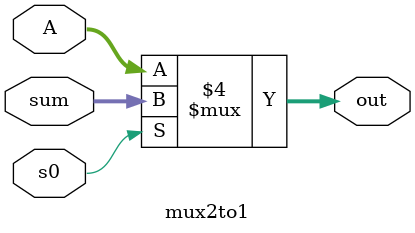
<source format=v>
module mux2to1
(
  input [7:0] A, sum,
  input s0,
  output reg [7:0] out
);

always@(*)
begin
  if ( s0 == 0)
     out = A;
  else 
     out = sum;
end
endmodule



</source>
